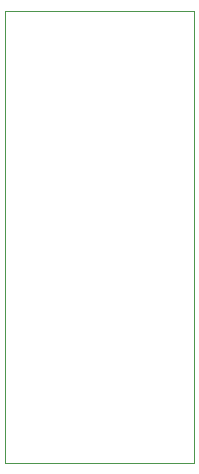
<source format=gbr>
G04 #@! TF.GenerationSoftware,KiCad,Pcbnew,5.1.4-e60b266~84~ubuntu19.04.1*
G04 #@! TF.CreationDate,2019-10-28T00:33:19-04:00*
G04 #@! TF.ProjectId,pcb2molex8878_pin,70636232-6d6f-46c6-9578-383837385f70,rev?*
G04 #@! TF.SameCoordinates,Original*
G04 #@! TF.FileFunction,Profile,NP*
%FSLAX46Y46*%
G04 Gerber Fmt 4.6, Leading zero omitted, Abs format (unit mm)*
G04 Created by KiCad (PCBNEW 5.1.4-e60b266~84~ubuntu19.04.1) date 2019-10-28 00:33:19*
%MOMM*%
%LPD*%
G04 APERTURE LIST*
%ADD10C,0.025400*%
G04 APERTURE END LIST*
D10*
X139218400Y-80087000D02*
X155218400Y-80087000D01*
X139218400Y-118287000D02*
X139218400Y-80087000D01*
X155218400Y-118287000D02*
X155218400Y-80087000D01*
X139218400Y-118287000D02*
X155218400Y-118287000D01*
M02*

</source>
